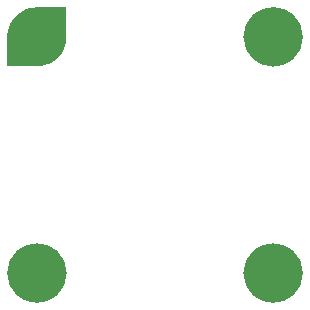
<source format=gts>
%TF.GenerationSoftware,KiCad,Pcbnew,8.0.2-1*%
%TF.CreationDate,2024-12-23T22:17:00+00:00*%
%TF.ProjectId,20x20-jacdac-MH-0.1,32307832-302d-46a6-9163-6461632d4d48,v0.1*%
%TF.SameCoordinates,PX8d24d00PY36d6160*%
%TF.FileFunction,Soldermask,Top*%
%TF.FilePolarity,Negative*%
%FSLAX46Y46*%
G04 Gerber Fmt 4.6, Leading zero omitted, Abs format (unit mm)*
G04 Created by KiCad (PCBNEW 8.0.2-1) date 2024-12-23 22:17:00*
%MOMM*%
%LPD*%
G01*
G04 APERTURE LIST*
%ADD10C,2.500000*%
%ADD11C,0.000000*%
G04 APERTURE END LIST*
%TO.C,MH3*%
D10*
X-8750800Y-10000800D02*
G75*
G02*
X-11250800Y-10000800I-1250000J0D01*
G01*
X-11250800Y-10000800D02*
G75*
G02*
X-8750800Y-10000800I1250000J0D01*
G01*
%TO.C,MH4*%
X11250000Y-9999999D02*
G75*
G02*
X8750000Y-9999999I-1250000J0D01*
G01*
X8750000Y-9999999D02*
G75*
G02*
X11250000Y-9999999I1250000J0D01*
G01*
%TO.C,MH2*%
X11250000Y10000000D02*
G75*
G02*
X8750000Y10000000I-1250000J0D01*
G01*
X8750000Y10000000D02*
G75*
G02*
X11250000Y10000000I1250000J0D01*
G01*
D11*
%TO.C,MH1*%
G36*
X-7500000Y10000001D02*
G01*
X-7504933Y10000001D01*
X-7504933Y9843025D01*
X-7544282Y9531548D01*
X-7622359Y9227459D01*
X-7737932Y8935553D01*
X-7889180Y8660434D01*
X-8073717Y8406441D01*
X-8288632Y8177579D01*
X-8530537Y7977459D01*
X-8795616Y7809234D01*
X-9079689Y7675560D01*
X-9378275Y7578543D01*
X-9686667Y7519714D01*
X-10000000Y7500001D01*
X-12500000Y7500001D01*
X-12500000Y10000001D01*
X-12495067Y10000001D01*
X-12495067Y10156977D01*
X-12455718Y10468454D01*
X-12377641Y10772543D01*
X-12262068Y11064449D01*
X-12110820Y11339568D01*
X-11926283Y11593561D01*
X-11711368Y11822423D01*
X-11469463Y12022543D01*
X-11204384Y12190768D01*
X-10920311Y12324442D01*
X-10621725Y12421459D01*
X-10313333Y12480288D01*
X-10000000Y12500001D01*
X-7500000Y12500001D01*
X-7500000Y10000001D01*
G37*
%TD*%
M02*

</source>
